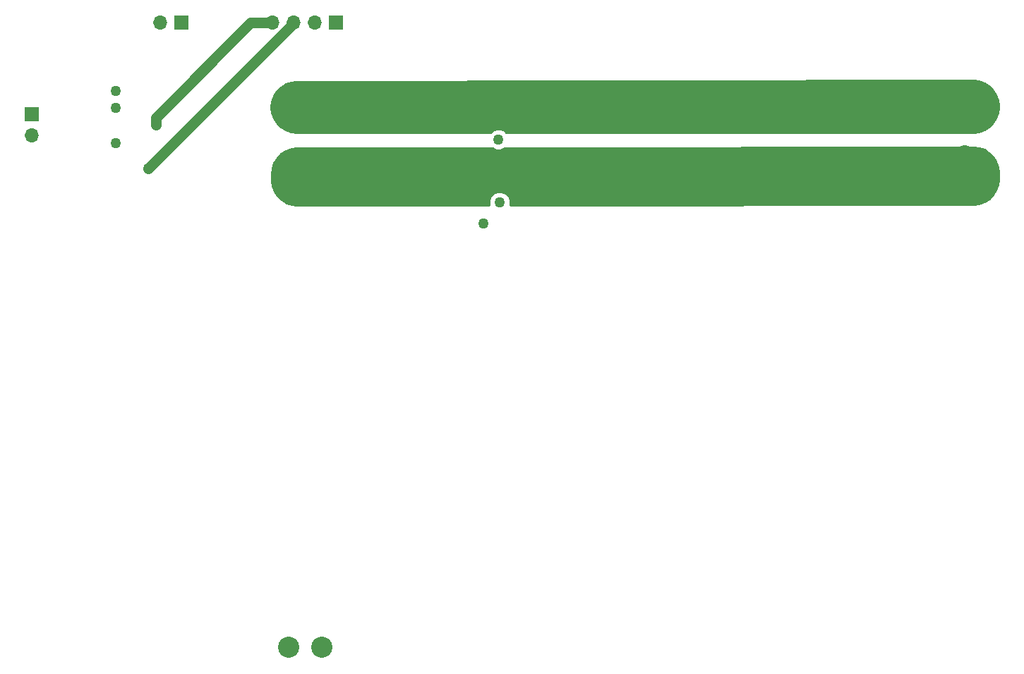
<source format=gbr>
G04 #@! TF.GenerationSoftware,KiCad,Pcbnew,(5.0.0)*
G04 #@! TF.CreationDate,2019-07-23T14:55:15-07:00*
G04 #@! TF.ProjectId,Test Project,546573742050726F6A6563742E6B6963,rev?*
G04 #@! TF.SameCoordinates,Original*
G04 #@! TF.FileFunction,Copper,L4,Bot,Signal*
G04 #@! TF.FilePolarity,Positive*
%FSLAX46Y46*%
G04 Gerber Fmt 4.6, Leading zero omitted, Abs format (unit mm)*
G04 Created by KiCad (PCBNEW (5.0.0)) date 07/23/19 14:55:15*
%MOMM*%
%LPD*%
G01*
G04 APERTURE LIST*
G04 #@! TA.AperFunction,ComponentPad*
%ADD10O,1.700000X1.700000*%
G04 #@! TD*
G04 #@! TA.AperFunction,ComponentPad*
%ADD11R,1.700000X1.700000*%
G04 #@! TD*
G04 #@! TA.AperFunction,ComponentPad*
%ADD12C,2.540000*%
G04 #@! TD*
G04 #@! TA.AperFunction,ViaPad*
%ADD13C,1.270000*%
G04 #@! TD*
G04 #@! TA.AperFunction,ViaPad*
%ADD14C,0.889000*%
G04 #@! TD*
G04 #@! TA.AperFunction,Conductor*
%ADD15C,1.270000*%
G04 #@! TD*
G04 #@! TA.AperFunction,Conductor*
%ADD16C,0.254000*%
G04 #@! TD*
G04 APERTURE END LIST*
D10*
G04 #@! TO.P,J5,2*
G04 #@! TO.N,/VDD_ISO*
X20460000Y82000000D03*
D11*
G04 #@! TO.P,J5,1*
G04 #@! TO.N,/GND_ISO*
X23000000Y82000000D03*
G04 #@! TD*
G04 #@! TO.P,J3,1*
G04 #@! TO.N,/VDD_Logic*
X5000000Y71000000D03*
D10*
G04 #@! TO.P,J3,2*
G04 #@! TO.N,/GND_Logic*
X5000000Y68460000D03*
G04 #@! TD*
D11*
G04 #@! TO.P,J2,1*
G04 #@! TO.N,/~INB*
X41500000Y82000000D03*
D10*
G04 #@! TO.P,J2,2*
G04 #@! TO.N,/INB*
X38960000Y82000000D03*
G04 #@! TO.P,J2,3*
G04 #@! TO.N,/~INA*
X36420000Y82000000D03*
G04 #@! TO.P,J2,4*
G04 #@! TO.N,/INA*
X33880000Y82000000D03*
G04 #@! TD*
D12*
G04 #@! TO.P,J4,1*
G04 #@! TO.N,/VC2_Pos*
X117000000Y66018800D03*
G04 #@! TO.P,J4,2*
G04 #@! TO.N,/VC2_Neg*
X117000000Y69981200D03*
G04 #@! TD*
G04 #@! TO.P,J1,1*
G04 #@! TO.N,/VAC_Pos*
X35855800Y6985000D03*
G04 #@! TO.P,J1,2*
G04 #@! TO.N,/VAC_Neg*
X39818200Y6985000D03*
G04 #@! TD*
D13*
G04 #@! TO.N,/GND_Logic*
X15100000Y67500000D03*
X15100000Y71800000D03*
G04 #@! TO.N,/VDD_Logic*
X15100000Y73800000D03*
X59262000Y57912000D03*
G04 #@! TO.N,/GND_Logic*
X61167000Y60452004D03*
X61000000Y68000000D03*
G04 #@! TO.N,/INA*
X19930000Y69723000D03*
G04 #@! TO.N,/~INA*
X19041000Y64516000D03*
G04 #@! TO.N,/VC2_Pos*
X68200000Y64800000D03*
X69900000Y64800000D03*
X66500000Y64800000D03*
D14*
G04 #@! TO.N,/VC2_Neg*
X38600000Y72800000D03*
X36500000Y72800000D03*
D13*
X35500000Y73773000D03*
X39500000Y73773000D03*
X39615000Y71827000D03*
X35500000Y71827000D03*
X37500000Y73773000D03*
X37500000Y71827000D03*
G04 #@! TO.N,/VC2_Pos*
X35500000Y63011000D03*
X39500000Y63011000D03*
X37500000Y63011000D03*
X37500000Y61065000D03*
D14*
X38600000Y62038000D03*
D13*
X35500000Y61065000D03*
D14*
X36500000Y62038000D03*
D13*
X39615000Y61065000D03*
X75400000Y64800000D03*
X72000000Y64800000D03*
X73700000Y64800000D03*
X80900000Y64800000D03*
X77500000Y64800000D03*
X79200000Y64800000D03*
X84700000Y64800000D03*
X86400000Y64800000D03*
X83000000Y64800000D03*
X91900000Y64800000D03*
X90200000Y64800000D03*
X88500000Y64800000D03*
G04 #@! TO.N,/VC2_Neg*
X88500000Y70500000D03*
X91900000Y70500000D03*
X90200000Y70500000D03*
X83000000Y70500000D03*
X77500000Y70500000D03*
X72000000Y70500000D03*
X66500000Y70500000D03*
X86400000Y70500000D03*
X80900000Y70500000D03*
X75400000Y70500000D03*
X69900000Y70500000D03*
X84700000Y70500000D03*
X79200000Y70500000D03*
X73700000Y70500000D03*
X68200000Y70500000D03*
G04 #@! TD*
D15*
G04 #@! TO.N,/INA*
X32677919Y82000000D02*
X33880000Y82000000D01*
X31308975Y82000000D02*
X32677919Y82000000D01*
X19930000Y70621025D02*
X31308975Y82000000D01*
X19930000Y69723000D02*
X19930000Y70621025D01*
G04 #@! TO.N,/~INA*
X19041000Y64516000D02*
X19041000Y64516000D01*
X36420000Y81895000D02*
X36420000Y82000000D01*
X19041000Y64516000D02*
X36420000Y81895000D01*
G04 #@! TD*
D16*
G04 #@! TO.N,/VC2_Pos*
G36*
X118657370Y66975025D02*
X119302282Y66750186D01*
X119880919Y66387356D01*
X120364210Y65904766D01*
X120727880Y65326655D01*
X120953655Y64682070D01*
X121031000Y63996251D01*
X121031000Y63248517D01*
X120953939Y62563940D01*
X120728980Y61920402D01*
X120366578Y61342978D01*
X119884874Y60860573D01*
X119307977Y60497334D01*
X118664765Y60271439D01*
X117980304Y60193384D01*
X62401071Y60112644D01*
X62437000Y60199385D01*
X62437000Y60704623D01*
X62243654Y61171401D01*
X61886397Y61528658D01*
X61419619Y61722004D01*
X60914381Y61722004D01*
X60447603Y61528658D01*
X60090346Y61171401D01*
X59897000Y60704623D01*
X59897000Y60199385D01*
X59934414Y60109060D01*
X36881968Y60075572D01*
X36201406Y60150708D01*
X35561005Y60372050D01*
X34985344Y60729437D01*
X34502896Y61205194D01*
X34137508Y61775800D01*
X33907243Y62413053D01*
X33822609Y63092499D01*
X33813251Y63840344D01*
X33882901Y64531205D01*
X34103256Y65182048D01*
X34463845Y65766980D01*
X34946317Y66256237D01*
X35526150Y66624954D01*
X36173858Y66854379D01*
X36863678Y66933669D01*
X60236361Y66967588D01*
X60280603Y66923346D01*
X60747381Y66730000D01*
X61252619Y66730000D01*
X61719397Y66923346D01*
X61765859Y66969808D01*
X117971435Y67051376D01*
X118657370Y66975025D01*
X118657370Y66975025D01*
G37*
X118657370Y66975025D02*
X119302282Y66750186D01*
X119880919Y66387356D01*
X120364210Y65904766D01*
X120727880Y65326655D01*
X120953655Y64682070D01*
X121031000Y63996251D01*
X121031000Y63248517D01*
X120953939Y62563940D01*
X120728980Y61920402D01*
X120366578Y61342978D01*
X119884874Y60860573D01*
X119307977Y60497334D01*
X118664765Y60271439D01*
X117980304Y60193384D01*
X62401071Y60112644D01*
X62437000Y60199385D01*
X62437000Y60704623D01*
X62243654Y61171401D01*
X61886397Y61528658D01*
X61419619Y61722004D01*
X60914381Y61722004D01*
X60447603Y61528658D01*
X60090346Y61171401D01*
X59897000Y60704623D01*
X59897000Y60199385D01*
X59934414Y60109060D01*
X36881968Y60075572D01*
X36201406Y60150708D01*
X35561005Y60372050D01*
X34985344Y60729437D01*
X34502896Y61205194D01*
X34137508Y61775800D01*
X33907243Y62413053D01*
X33822609Y63092499D01*
X33813251Y63840344D01*
X33882901Y64531205D01*
X34103256Y65182048D01*
X34463845Y65766980D01*
X34946317Y66256237D01*
X35526150Y66624954D01*
X36173858Y66854379D01*
X36863678Y66933669D01*
X60236361Y66967588D01*
X60280603Y66923346D01*
X60747381Y66730000D01*
X61252619Y66730000D01*
X61719397Y66923346D01*
X61765859Y66969808D01*
X117971435Y67051376D01*
X118657370Y66975025D01*
G04 #@! TO.N,/VC2_Neg*
G36*
X118657370Y74976025D02*
X119302282Y74751186D01*
X119880919Y74388356D01*
X120364210Y73905766D01*
X120727880Y73327655D01*
X120953655Y72683070D01*
X121031000Y71997251D01*
X121031000Y71889129D01*
X120953797Y71203935D01*
X120728430Y70559872D01*
X120365396Y69982107D01*
X119882893Y69499604D01*
X119305128Y69136570D01*
X118661065Y68911203D01*
X117975871Y68834000D01*
X61962051Y68834000D01*
X61719397Y69076654D01*
X61252619Y69270000D01*
X60747381Y69270000D01*
X60280603Y69076654D01*
X60037949Y68834000D01*
X36828129Y68834000D01*
X36142935Y68911203D01*
X35498872Y69136570D01*
X34921107Y69499604D01*
X34438604Y69982107D01*
X34075570Y70559872D01*
X33850203Y71203935D01*
X33773543Y71884306D01*
X33850061Y72564055D01*
X34075021Y73207595D01*
X34437423Y73785019D01*
X34919128Y74267424D01*
X35496026Y74630663D01*
X36139239Y74856557D01*
X36823700Y74934611D01*
X117971435Y75052376D01*
X118657370Y74976025D01*
X118657370Y74976025D01*
G37*
X118657370Y74976025D02*
X119302282Y74751186D01*
X119880919Y74388356D01*
X120364210Y73905766D01*
X120727880Y73327655D01*
X120953655Y72683070D01*
X121031000Y71997251D01*
X121031000Y71889129D01*
X120953797Y71203935D01*
X120728430Y70559872D01*
X120365396Y69982107D01*
X119882893Y69499604D01*
X119305128Y69136570D01*
X118661065Y68911203D01*
X117975871Y68834000D01*
X61962051Y68834000D01*
X61719397Y69076654D01*
X61252619Y69270000D01*
X60747381Y69270000D01*
X60280603Y69076654D01*
X60037949Y68834000D01*
X36828129Y68834000D01*
X36142935Y68911203D01*
X35498872Y69136570D01*
X34921107Y69499604D01*
X34438604Y69982107D01*
X34075570Y70559872D01*
X33850203Y71203935D01*
X33773543Y71884306D01*
X33850061Y72564055D01*
X34075021Y73207595D01*
X34437423Y73785019D01*
X34919128Y74267424D01*
X35496026Y74630663D01*
X36139239Y74856557D01*
X36823700Y74934611D01*
X117971435Y75052376D01*
X118657370Y74976025D01*
G04 #@! TD*
M02*

</source>
